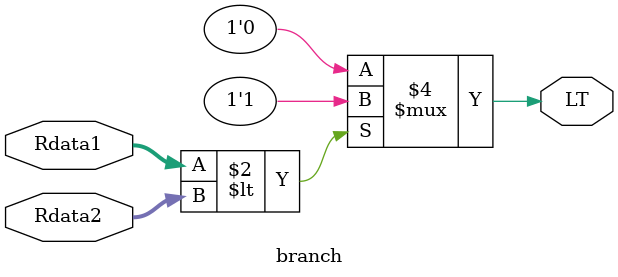
<source format=sv>

module branch #(parameter n =8) (
   input logic [n-1:0] Rdata1, Rdata2,
   //input logic [3:0] opcode,   
   output logic LT
);       
always_comb 
begin 
  LT=1'b0;
  if (Rdata1<Rdata2)
     LT=1'b1;
	 	
 end
endmodule 


</source>
